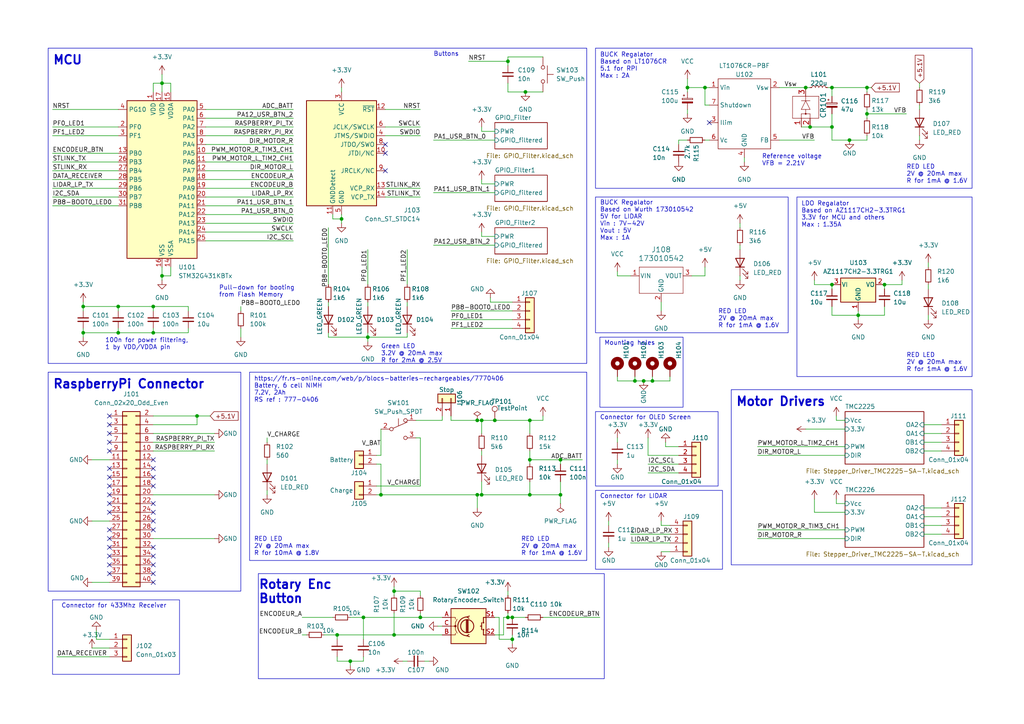
<source format=kicad_sch>
(kicad_sch (version 20231120) (generator "eeschema") (generator_version "8.0")
  (paper "A4")
  (title_block (title "PAMI - CFR 2024") (date "2024-02-19") (rev "1"))
  (junction (at 199.39 25.4))
  (junction (at 138.43 121.92))
  (junction (at 139.7 143.51))
  (junction (at 99.06 63.5))
  (junction (at 147.32 179.07))
  (junction (at 189.23 110.49))
  (junction (at 101.6 191.77))
  (junction (at 162.56 133.35))
  (junction (at 105.41 179.07))
  (junction (at 246.38 40.64))
  (junction (at 234.95 36.83))
  (junction (at 251.46 25.4))
  (junction (at 241.3 25.4))
  (junction (at 153.67 121.92))
  (junction (at 152.4 26.67))
  (junction (at 57.15 120.65))
  (junction (at 241.3 36.83))
  (junction (at 186.69 110.49))
  (junction (at 114.3 184.15))
  (junction (at 241.3 82.55))
  (junction (at 139.7 121.92))
  (junction (at 34.29 96.52))
  (junction (at 24.13 96.52))
  (junction (at 204.47 25.4))
  (junction (at 121.92 179.07))
  (junction (at 147.32 17.78))
  (junction (at 46.99 80.01))
  (junction (at 110.49 143.51))
  (junction (at 256.54 82.55))
  (junction (at 44.45 88.9))
  (junction (at 248.92 91.44))
  (junction (at 153.67 143.51))
  (junction (at 233.68 25.4))
  (junction (at 44.45 96.52))
  (junction (at 114.3 171.45))
  (junction (at 153.67 133.35))
  (junction (at 184.15 110.49))
  (junction (at 148.59 179.07))
  (junction (at 143.51 121.92))
  (junction (at 148.59 185.42))
  (junction (at 162.56 143.51))
  (junction (at 46.99 24.13))
  (junction (at 251.46 33.02))
  (junction (at 138.43 143.51))
  (junction (at 106.68 97.79))
  (junction (at 34.29 88.9))
  (junction (at 24.13 88.9))
  (junction (at 97.79 184.15))
  (no_connect (at 31.75 156.21))
  (no_connect (at 31.75 166.37))
  (no_connect (at 44.45 148.59))
  (no_connect (at 31.75 125.73))
  (no_connect (at 44.45 168.91))
  (no_connect (at 31.75 123.19))
  (no_connect (at 31.75 153.67))
  (no_connect (at 44.45 133.35))
  (no_connect (at 31.75 140.97))
  (no_connect (at 44.45 135.89))
  (no_connect (at 31.75 120.65))
  (no_connect (at 205.74 35.56))
  (no_connect (at 111.76 44.45))
  (no_connect (at 44.45 161.29))
  (no_connect (at 31.75 146.05))
  (no_connect (at 44.45 138.43))
  (no_connect (at 31.75 148.59))
  (no_connect (at 44.45 158.75))
  (no_connect (at 31.75 163.83))
  (no_connect (at 31.75 161.29))
  (no_connect (at 31.75 130.81))
  (no_connect (at 44.45 151.13))
  (no_connect (at 31.75 158.75))
  (no_connect (at 44.45 163.83))
  (no_connect (at 31.75 135.89))
  (no_connect (at 44.45 146.05))
  (no_connect (at 31.75 138.43))
  (no_connect (at 44.45 166.37))
  (no_connect (at 111.76 49.53))
  (no_connect (at 111.76 41.91))
  (no_connect (at 31.75 143.51))
  (no_connect (at 31.75 128.27))
  (no_connect (at 44.45 153.67))
  (no_connect (at 44.45 140.97))
  (wire (pts (xy 176.53 157.48) (xy 176.53 158.75)))
  (wire (pts (xy 130.81 120.65) (xy 130.81 121.92)))
  (wire (pts (xy 15.24 59.69) (xy 34.29 59.69)))
  (wire (pts (xy 199.39 25.4) (xy 199.39 26.67)))
  (wire (pts (xy 242.57 120.65) (xy 242.57 121.92)))
  (wire (pts (xy 109.22 132.08) (xy 110.49 132.08)))
  (wire (pts (xy 143.51 184.15) (xy 146.05 184.15)))
  (wire (pts (xy 147.32 179.07) (xy 148.59 179.07)))
  (wire (pts (xy 246.38 40.64) (xy 251.46 40.64)))
  (wire (pts (xy 182.88 154.94) (xy 194.31 154.94)))
  (wire (pts (xy 59.69 54.61) (xy 85.09 54.61)))
  (wire (pts (xy 24.13 96.52) (xy 34.29 96.52)))
  (wire (pts (xy 130.81 95.25) (xy 148.59 95.25)))
  (wire (pts (xy 130.81 121.92) (xy 138.43 121.92)))
  (wire (pts (xy 139.7 38.1) (xy 139.7 36.83)))
  (wire (pts (xy 194.31 110.49) (xy 189.23 110.49)))
  (wire (pts (xy 146.05 179.07) (xy 146.05 184.15)))
  (wire (pts (xy 256.54 82.55) (xy 256.54 83.82)))
  (wire (pts (xy 59.69 46.99) (xy 85.09 46.99)))
  (wire (pts (xy 251.46 39.37) (xy 251.46 40.64)))
  (wire (pts (xy 144.78 179.07) (xy 144.78 185.42)))
  (wire (pts (xy 191.77 160.02) (xy 194.31 160.02)))
  (wire (pts (xy 34.29 96.52) (xy 44.45 96.52)))
  (wire (pts (xy 46.99 80.01) (xy 46.99 81.28)))
  (wire (pts (xy 59.69 67.31) (xy 85.09 67.31)))
  (wire (pts (xy 153.67 139.7) (xy 153.67 143.51)))
  (wire (pts (xy 95.25 97.79) (xy 106.68 97.79)))
  (wire (pts (xy 105.41 179.07) (xy 121.92 179.07)))
  (wire (pts (xy 69.85 95.25) (xy 69.85 97.79)))
  (wire (pts (xy 96.52 62.23) (xy 96.52 63.5)))
  (wire (pts (xy 77.47 143.51) (xy 77.47 142.24)))
  (wire (pts (xy 44.45 95.25) (xy 44.45 96.52)))
  (wire (pts (xy 251.46 33.02) (xy 251.46 34.29)))
  (wire (pts (xy 139.7 38.1) (xy 143.51 38.1)))
  (wire (pts (xy 34.29 88.9) (xy 44.45 88.9)))
  (wire (pts (xy 184.15 109.22) (xy 184.15 110.49)))
  (wire (pts (xy 204.47 77.47) (xy 204.47 80.01)))
  (wire (pts (xy 241.3 88.9) (xy 241.3 91.44)))
  (wire (pts (xy 118.11 72.39) (xy 118.11 82.55)))
  (wire (pts (xy 130.81 92.71) (xy 148.59 92.71)))
  (wire (pts (xy 97.79 184.15) (xy 97.79 185.42)))
  (wire (pts (xy 179.07 110.49) (xy 184.15 110.49)))
  (wire (pts (xy 15.24 44.45) (xy 34.29 44.45)))
  (wire (pts (xy 199.39 31.75) (xy 199.39 33.02)))
  (wire (pts (xy 148.59 184.15) (xy 148.59 185.42)))
  (wire (pts (xy 114.3 184.15) (xy 128.27 184.15)))
  (wire (pts (xy 15.24 46.99) (xy 34.29 46.99)))
  (wire (pts (xy 139.7 143.51) (xy 139.7 139.7)))
  (wire (pts (xy 46.99 77.47) (xy 46.99 80.01)))
  (wire (pts (xy 242.57 146.05) (xy 245.11 146.05)))
  (wire (pts (xy 15.24 57.15) (xy 34.29 57.15)))
  (wire (pts (xy 114.3 177.8) (xy 114.3 184.15)))
  (wire (pts (xy 125.73 40.64) (xy 143.51 40.64)))
  (wire (pts (xy 128.27 120.65) (xy 128.27 121.92)))
  (wire (pts (xy 143.51 179.07) (xy 144.78 179.07)))
  (wire (pts (xy 215.9 45.72) (xy 215.9 46.99)))
  (wire (pts (xy 121.92 177.8) (xy 121.92 179.07)))
  (wire (pts (xy 162.56 139.7) (xy 162.56 143.51)))
  (wire (pts (xy 105.41 191.77) (xy 105.41 190.5)))
  (wire (pts (xy 139.7 121.92) (xy 143.51 121.92)))
  (wire (pts (xy 44.45 143.51) (xy 62.23 143.51)))
  (wire (pts (xy 241.3 91.44) (xy 248.92 91.44)))
  (wire (pts (xy 59.69 57.15) (xy 85.09 57.15)))
  (wire (pts (xy 233.68 124.46) (xy 245.11 124.46)))
  (wire (pts (xy 99.06 63.5) (xy 99.06 64.77)))
  (wire (pts (xy 106.68 87.63) (xy 106.68 88.9)))
  (wire (pts (xy 96.52 63.5) (xy 99.06 63.5)))
  (wire (pts (xy 60.96 120.65) (xy 57.15 120.65)))
  (wire (pts (xy 110.49 143.51) (xy 138.43 143.51)))
  (wire (pts (xy 16.51 190.5) (xy 31.75 190.5)))
  (wire (pts (xy 193.04 129.54) (xy 196.85 129.54)))
  (wire (pts (xy 139.7 130.81) (xy 139.7 132.08)))
  (wire (pts (xy 157.48 120.65) (xy 157.48 121.92)))
  (wire (pts (xy 267.97 128.27) (xy 273.05 128.27)))
  (wire (pts (xy 142.24 87.63) (xy 148.59 87.63)))
  (wire (pts (xy 93.98 184.15) (xy 97.79 184.15)))
  (wire (pts (xy 121.92 140.97) (xy 109.22 140.97)))
  (wire (pts (xy 153.67 133.35) (xy 153.67 134.62)))
  (wire (pts (xy 139.7 53.34) (xy 139.7 52.07)))
  (wire (pts (xy 162.56 133.35) (xy 162.56 134.62)))
  (wire (pts (xy 232.41 36.83) (xy 234.95 36.83)))
  (wire (pts (xy 196.85 40.64) (xy 196.85 41.91)))
  (wire (pts (xy 111.76 57.15) (xy 121.92 57.15)))
  (wire (pts (xy 236.22 82.55) (xy 241.3 82.55)))
  (wire (pts (xy 241.3 83.82) (xy 241.3 82.55)))
  (wire (pts (xy 138.43 143.51) (xy 139.7 143.51)))
  (wire (pts (xy 121.92 179.07) (xy 128.27 179.07)))
  (wire (pts (xy 135.89 17.78) (xy 147.32 17.78)))
  (wire (pts (xy 241.3 25.4) (xy 251.46 25.4)))
  (wire (pts (xy 49.53 26.67) (xy 49.53 24.13)))
  (wire (pts (xy 204.47 30.48) (xy 205.74 30.48)))
  (wire (pts (xy 57.15 120.65) (xy 57.15 123.19)))
  (wire (pts (xy 234.95 36.83) (xy 241.3 36.83)))
  (wire (pts (xy 59.69 64.77) (xy 85.09 64.77)))
  (wire (pts (xy 111.76 31.75) (xy 121.92 31.75)))
  (wire (pts (xy 95.25 87.63) (xy 95.25 88.9)))
  (wire (pts (xy 26.67 133.35) (xy 31.75 133.35)))
  (wire (pts (xy 97.79 191.77) (xy 101.6 191.77)))
  (wire (pts (xy 106.68 96.52) (xy 106.68 97.79)))
  (wire (pts (xy 15.24 39.37) (xy 34.29 39.37)))
  (wire (pts (xy 199.39 25.4) (xy 204.47 25.4)))
  (wire (pts (xy 251.46 31.75) (xy 251.46 33.02)))
  (wire (pts (xy 109.22 143.51) (xy 110.49 143.51)))
  (wire (pts (xy 246.38 40.64) (xy 241.3 40.64)))
  (wire (pts (xy 187.96 132.08) (xy 196.85 132.08)))
  (wire (pts (xy 97.79 191.77) (xy 97.79 190.5)))
  (wire (pts (xy 46.99 21.59) (xy 46.99 24.13)))
  (wire (pts (xy 114.3 170.18) (xy 114.3 171.45)))
  (wire (pts (xy 261.62 82.55) (xy 261.62 81.28)))
  (wire (pts (xy 59.69 34.29) (xy 85.09 34.29)))
  (wire (pts (xy 15.24 52.07) (xy 34.29 52.07)))
  (wire (pts (xy 106.68 97.79) (xy 118.11 97.79)))
  (wire (pts (xy 147.32 179.07) (xy 146.05 179.07)))
  (wire (pts (xy 187.96 127) (xy 187.96 132.08)))
  (wire (pts (xy 101.6 191.77) (xy 105.41 191.77)))
  (wire (pts (xy 44.45 88.9) (xy 54.61 88.9)))
  (wire (pts (xy 111.76 39.37) (xy 121.92 39.37)))
  (wire (pts (xy 214.63 81.28) (xy 214.63 80.01)))
  (wire (pts (xy 106.68 97.79) (xy 106.68 99.06)))
  (wire (pts (xy 267.97 152.4) (xy 273.05 152.4)))
  (wire (pts (xy 26.67 168.91) (xy 31.75 168.91)))
  (wire (pts (xy 187.96 137.16) (xy 196.85 137.16)))
  (wire (pts (xy 59.69 41.91) (xy 85.09 41.91)))
  (wire (pts (xy 87.63 184.15) (xy 88.9 184.15)))
  (wire (pts (xy 54.61 90.17) (xy 54.61 88.9)))
  (wire (pts (xy 44.45 125.73) (xy 62.23 125.73)))
  (wire (pts (xy 127 181.61) (xy 128.27 181.61)))
  (wire (pts (xy 179.07 78.74) (xy 179.07 80.01)))
  (wire (pts (xy 110.49 124.46) (xy 110.49 132.08)))
  (wire (pts (xy 111.76 36.83) (xy 121.92 36.83)))
  (wire (pts (xy 69.85 90.17) (xy 69.85 88.9)))
  (wire (pts (xy 101.6 191.77) (xy 101.6 193.04)))
  (wire (pts (xy 236.22 81.28) (xy 236.22 82.55)))
  (wire (pts (xy 62.23 128.27) (xy 44.45 128.27)))
  (wire (pts (xy 184.15 110.49) (xy 186.69 110.49)))
  (wire (pts (xy 144.78 185.42) (xy 148.59 185.42)))
  (wire (pts (xy 153.67 121.92) (xy 157.48 121.92)))
  (wire (pts (xy 110.49 143.51) (xy 110.49 134.62)))
  (wire (pts (xy 267.97 130.81) (xy 273.05 130.81)))
  (wire (pts (xy 44.45 96.52) (xy 54.61 96.52)))
  (wire (pts (xy 266.7 24.13) (xy 266.7 25.4)))
  (wire (pts (xy 147.32 171.45) (xy 147.32 172.72)))
  (wire (pts (xy 59.69 59.69) (xy 85.09 59.69)))
  (wire (pts (xy 148.59 179.07) (xy 152.4 179.07)))
  (wire (pts (xy 148.59 185.42) (xy 148.59 186.69)))
  (wire (pts (xy 139.7 143.51) (xy 153.67 143.51)))
  (wire (pts (xy 219.71 156.21) (xy 245.11 156.21)))
  (wire (pts (xy 152.4 26.67) (xy 157.48 26.67)))
  (wire (pts (xy 193.04 128.27) (xy 193.04 129.54)))
  (wire (pts (xy 34.29 95.25) (xy 34.29 96.52)))
  (wire (pts (xy 128.27 121.92) (xy 120.65 121.92)))
  (wire (pts (xy 226.06 25.4) (xy 233.68 25.4)))
  (wire (pts (xy 204.47 80.01) (xy 200.66 80.01)))
  (wire (pts (xy 248.92 92.71) (xy 248.92 91.44)))
  (wire (pts (xy 186.69 110.49) (xy 189.23 110.49)))
  (wire (pts (xy 121.92 172.72) (xy 121.92 171.45)))
  (wire (pts (xy 162.56 143.51) (xy 153.67 143.51)))
  (wire (pts (xy 46.99 24.13) (xy 49.53 24.13)))
  (wire (pts (xy 199.39 40.64) (xy 196.85 40.64)))
  (wire (pts (xy 24.13 97.79) (xy 24.13 96.52)))
  (wire (pts (xy 44.45 156.21) (xy 62.23 156.21)))
  (wire (pts (xy 251.46 25.4) (xy 251.46 26.67)))
  (wire (pts (xy 121.92 127) (xy 120.65 127)))
  (wire (pts (xy 77.47 133.35) (xy 77.47 134.62)))
  (wire (pts (xy 24.13 87.63) (xy 24.13 88.9)))
  (wire (pts (xy 240.03 25.4) (xy 241.3 25.4)))
  (wire (pts (xy 57.15 123.19) (xy 44.45 123.19)))
  (wire (pts (xy 204.47 25.4) (xy 204.47 30.48)))
  (wire (pts (xy 191.77 87.63) (xy 191.77 90.17)))
  (wire (pts (xy 44.45 24.13) (xy 46.99 24.13)))
  (wire (pts (xy 267.97 154.94) (xy 273.05 154.94)))
  (wire (pts (xy 46.99 80.01) (xy 49.53 80.01)))
  (wire (pts (xy 139.7 53.34) (xy 143.51 53.34)))
  (wire (pts (xy 54.61 95.25) (xy 54.61 96.52)))
  (wire (pts (xy 226.06 40.64) (xy 236.22 40.64)))
  (wire (pts (xy 125.73 55.88) (xy 143.51 55.88)))
  (wire (pts (xy 219.71 129.54) (xy 245.11 129.54)))
  (wire (pts (xy 147.32 179.07) (xy 147.32 177.8)))
  (wire (pts (xy 125.73 71.12) (xy 143.51 71.12)))
  (wire (pts (xy 267.97 123.19) (xy 273.05 123.19)))
  (wire (pts (xy 142.24 86.36) (xy 142.24 87.63)))
  (wire (pts (xy 162.56 143.51) (xy 162.56 146.05)))
  (wire (pts (xy 204.47 25.4) (xy 205.74 25.4)))
  (wire (pts (xy 99.06 62.23) (xy 99.06 63.5)))
  (wire (pts (xy 111.76 54.61) (xy 121.92 54.61)))
  (wire (pts (xy 256.54 82.55) (xy 261.62 82.55)))
  (wire (pts (xy 219.71 132.08) (xy 245.11 132.08)))
  (wire (pts (xy 138.43 143.51) (xy 138.43 147.32)))
  (wire (pts (xy 34.29 88.9) (xy 34.29 90.17)))
  (wire (pts (xy 147.32 26.67) (xy 152.4 26.67)))
  (wire (pts (xy 59.69 69.85) (xy 85.09 69.85)))
  (wire (pts (xy 267.97 125.73) (xy 273.05 125.73)))
  (wire (pts (xy 26.67 187.96) (xy 31.75 187.96)))
  (wire (pts (xy 241.3 25.4) (xy 241.3 27.94)))
  (wire (pts (xy 59.69 62.23) (xy 85.09 62.23)))
  (wire (pts (xy 27.94 185.42) (xy 31.75 185.42)))
  (wire (pts (xy 241.3 36.83) (xy 241.3 40.64)))
  (wire (pts (xy 106.68 72.39) (xy 106.68 82.55)))
  (wire (pts (xy 147.32 17.78) (xy 147.32 19.05)))
  (wire (pts (xy 95.25 96.52) (xy 95.25 97.79)))
  (wire (pts (xy 266.7 30.48) (xy 266.7 31.75)))
  (wire (pts (xy 118.11 87.63) (xy 118.11 88.9)))
  (wire (pts (xy 59.69 49.53) (xy 85.09 49.53)))
  (wire (pts (xy 26.67 151.13) (xy 31.75 151.13)))
  (wire (pts (xy 199.39 22.86) (xy 199.39 25.4)))
  (wire (pts (xy 59.69 52.07) (xy 85.09 52.07)))
  (wire (pts (xy 24.13 96.52) (xy 24.13 95.25)))
  (wire (pts (xy 236.22 148.59) (xy 245.11 148.59)))
  (wire (pts (xy 59.69 44.45) (xy 85.09 44.45)))
  (wire (pts (xy 105.41 179.07) (xy 105.41 185.42)))
  (wire (pts (xy 109.22 134.62) (xy 110.49 134.62)))
  (wire (pts (xy 59.69 31.75) (xy 85.09 31.75)))
  (wire (pts (xy 147.32 16.51) (xy 157.48 16.51)))
  (wire (pts (xy 24.13 88.9) (xy 24.13 90.17)))
  (wire (pts (xy 269.24 76.2) (xy 269.24 77.47)))
  (wire (pts (xy 138.43 121.92) (xy 139.7 121.92)))
  (wire (pts (xy 248.92 91.44) (xy 256.54 91.44)))
  (wire (pts (xy 157.48 179.07) (xy 173.99 179.07)))
  (wire (pts (xy 49.53 77.47) (xy 49.53 80.01)))
  (wire (pts (xy 219.71 153.67) (xy 245.11 153.67)))
  (wire (pts (xy 236.22 144.78) (xy 236.22 148.59)))
  (wire (pts (xy 176.53 151.13) (xy 176.53 152.4)))
  (wire (pts (xy 46.99 24.13) (xy 46.99 26.67)))
  (wire (pts (xy 269.24 92.71) (xy 269.24 91.44)))
  (wire (pts (xy 187.96 134.62) (xy 196.85 134.62)))
  (wire (pts (xy 139.7 68.58) (xy 139.7 67.31)))
  (wire (pts (xy 15.24 49.53) (xy 34.29 49.53)))
  (wire (pts (xy 44.45 90.17) (xy 44.45 88.9)))
  (wire (pts (xy 269.24 82.55) (xy 269.24 83.82)))
  (wire (pts (xy 130.81 90.17) (xy 148.59 90.17)))
  (wire (pts (xy 179.07 133.35) (xy 179.07 134.62)))
  (wire (pts (xy 233.68 25.4) (xy 234.95 25.4)))
  (wire (pts (xy 118.11 96.52) (xy 118.11 97.79)))
  (wire (pts (xy 59.69 36.83) (xy 85.09 36.83)))
  (wire (pts (xy 248.92 90.17) (xy 248.92 91.44)))
  (wire (pts (xy 59.69 39.37) (xy 85.09 39.37)))
  (wire (pts (xy 242.57 121.92) (xy 245.11 121.92)))
  (wire (pts (xy 34.29 36.83) (xy 15.24 36.83)))
  (wire (pts (xy 266.7 40.64) (xy 266.7 39.37)))
  (wire (pts (xy 191.77 151.13) (xy 191.77 152.4)))
  (wire (pts (xy 27.94 182.88) (xy 27.94 185.42)))
  (wire (pts (xy 114.3 171.45) (xy 121.92 171.45)))
  (wire (pts (xy 97.79 184.15) (xy 114.3 184.15)))
  (wire (pts (xy 182.88 157.48) (xy 194.31 157.48)))
  (wire (pts (xy 99.06 25.4) (xy 99.06 26.67)))
  (wire (pts (xy 267.97 147.32) (xy 273.05 147.32)))
  (wire (pts (xy 147.32 17.78) (xy 147.32 16.51)))
  (wire (pts (xy 179.07 109.22) (xy 179.07 110.49)))
  (wire (pts (xy 87.63 179.07) (xy 96.52 179.07)))
  (wire (pts (xy 189.23 109.22) (xy 189.23 110.49)))
  (wire (pts (xy 162.56 133.35) (xy 168.91 133.35)))
  (wire (pts (xy 77.47 127) (xy 77.47 128.27)))
  (wire (pts (xy 204.47 40.64) (xy 205.74 40.64)))
  (wire (pts (xy 139.7 68.58) (xy 143.51 68.58)))
  (wire (pts (xy 153.67 130.81) (xy 153.67 133.35)))
  (wire (pts (xy 15.24 31.75) (xy 34.29 31.75)))
  (wire (pts (xy 139.7 121.92) (xy 139.7 125.73)))
  (wire (pts (xy 143.51 121.92) (xy 153.67 121.92)))
  (wire (pts (xy 124.46 191.77) (xy 123.19 191.77)))
  (wire (pts (xy 24.13 88.9) (xy 34.29 88.9)))
  (wire (pts (xy 251.46 33.02) (xy 262.89 33.02)))
  (wire (pts (xy 62.23 130.81) (xy 44.45 130.81)))
  (wire (pts (xy 116.84 191.77) (xy 118.11 191.77)))
  (wire (pts (xy 214.63 71.12) (xy 214.63 72.39)))
  (wire (pts (xy 95.25 66.04) (xy 95.25 82.55)))
  (wire (pts (xy 153.67 133.35) (xy 162.56 133.35)))
  (wire (pts (xy 191.77 152.4) (xy 194.31 152.4)))
  (wire (pts (xy 179.07 127) (xy 179.07 128.27)))
  (wire (pts (xy 267.97 149.86) (xy 273.05 149.86)))
  (wire (pts (xy 194.31 110.49) (xy 194.31 109.22)))
  (wire (pts (xy 57.15 120.65) (xy 44.45 120.65)))
  (wire (pts (xy 147.32 24.13) (xy 147.32 26.67)))
  (wire (pts (xy 179.07 80.01) (xy 182.88 80.01)))
  (wire (pts (xy 114.3 171.45) (xy 114.3 172.72)))
  (wire (pts (xy 256.54 88.9) (xy 256.54 91.44)))
  (wire (pts (xy 121.92 127) (xy 121.92 140.97)))
  (wire (pts (xy 242.57 144.78) (xy 242.57 146.05)))
  (wire (pts (xy 44.45 26.67) (xy 44.45 24.13)))
  (wire (pts (xy 15.24 54.61) (xy 34.29 54.61)))
  (wire (pts (xy 251.46 25.4) (xy 252.73 25.4)))
  (wire (pts (xy 214.63 64.77) (xy 214.63 66.04)))
  (wire (pts (xy 241.3 33.02) (xy 241.3 36.83)))
  (wire (pts (xy 101.6 179.07) (xy 105.41 179.07)))
  (wire (pts (xy 153.67 121.92) (xy 153.67 125.73)))
  (rectangle (start 13.97 13.97) (end 170.18 105.41))
  (rectangle (start 212.09 113.03) (end 281.94 163.83))
  (rectangle (start 172.72 142.24) (end 209.55 165.1))
  (rectangle (start 15.24 173.99) (end 52.07 195.58))
  (rectangle (start 173.99 97.79) (end 198.12 118.11))
  (rectangle (start 74.93 166.37) (end 175.26 196.85))
  (rectangle (start 172.72 119.38) (end 208.28 140.97))
  (rectangle (start 13.97 107.95) (end 69.85 171.45))
  (rectangle (start 172.72 57.15) (end 228.6 96.52))
  (rectangle (start 231.14 57.15) (end 281.94 109.22))
  (rectangle (start 72.39 107.95) (end 170.18 162.56))
  (rectangle (start 172.72 13.97) (end 281.94 54.61))
  (text "Rotary Enc\nButton" (at 74.93 175.26 0) (effects (font (size 2.54 2.54) (thickness 0.508) (bold yes)) (justify left bottom)))
  (text "BUCK Regalator\nBased on Wurth 173010542\n5V for LIDAR\nVin : 7V-42V\nVout : 5V\nMax : 1A" (at 173.99 69.85 0) (effects (font (size 1.27 1.27)) (justify left bottom)))
  (text "RED LED\n2V @ 20mA max\nR for 1mA @ 1.6V" (at 262.89 107.95 0) (effects (font (size 1.27 1.27)) (justify left bottom)))
  (text "MCU" (at 15.24 19.05 0) (effects (font (size 2.54 2.54) (thickness 0.508) (bold yes)) (justify left bottom)))
  (text "Motor Drivers" (at 213.36 118.11 0) (effects (font (size 2.54 2.54) (thickness 0.508) (bold yes)) (justify left bottom)))
  (text "Mounting holes" (at 175.26 100.33 0) (effects (font (size 1.27 1.27)) (justify left bottom)))
  (text "LDO Regalator\nBased on AZ1117CH2-3.3TRG1\n3.3V for MCU and others\nMax : 1.35A" (at 232.41 66.04 0) (effects (font (size 1.27 1.27)) (justify left bottom)))
  (text "RaspberryPi Connector" (at 15.24 113.03 0) (effects (font (size 2.54 2.54) (thickness 0.508) (bold yes)) (justify left bottom)))
  (text "100n for power filtering,\n1 by VDD/VDDA pin" (at 30.48 101.6 0) (effects (font (size 1.27 1.27)) (justify left bottom)))
  (text "Reference voltage\nVFB = 2.21V" (at 220.98 48.26 0) (effects (font (size 1.27 1.27)) (justify left bottom)))
  (text "Green LED\n3.2V @ 20mA max\nR for 2mA @ 2.5V" (at 110.49 105.41 0) (effects (font (size 1.27 1.27)) (justify left bottom)))
  (text "Connector for 433Mhz Receiver\n" (at 17.78 176.53 0) (effects (font (size 1.27 1.27)) (justify left bottom)))
  (text "Buttons" (at 125.73 16.51 0) (effects (font (size 1.27 1.27)) (justify left bottom)))
  (text "RED LED\n2V @ 20mA max\nR for 1mA @ 1.6V" (at 208.28 95.25 0) (effects (font (size 1.27 1.27)) (justify left bottom)))
  (text "BUCK Regalator\nBased on LT1076CR\n5.1 for RPI\nMax : 2A" (at 173.99 22.86 0) (effects (font (size 1.27 1.27)) (justify left bottom)))
  (text "RED LED\n2V @ 20mA max\nR for 10mA @ 1.8V" (at 73.66 161.29 0) (effects (font (size 1.27 1.27)) (justify left bottom)))
  (text "Connector for LIDAR" (at 173.99 144.78 0) (effects (font (size 1.27 1.27)) (justify left bottom)))
  (text "Connector for OLED Screen" (at 173.99 121.92 0) (effects (font (size 1.27 1.27)) (justify left bottom)))
  (text "RED LED\n2V @ 20mA max\nR for 1mA @ 1.6V" (at 262.89 53.34 0) (effects (font (size 1.27 1.27)) (justify left bottom)))
  (text "RED LED\n2V @ 20mA max\nR for 1mA @ 1.6V" (at 151.13 161.29 0) (effects (font (size 1.27 1.27)) (justify left bottom)))
  (text "Pull-down for booting \nfrom Flash Memory" (at 63.5 86.36 0) (effects (font (size 1.27 1.27)) (justify left bottom)))
  (text "https://fr.rs-online.com/web/p/blocs-batteries-rechargeables/7770406\nBattery, 6 cell NIMH\n7.2V, 2Ah\nRS ref : 777-0406\n" (at 73.66 116.84 0) (effects (font (size 1.27 1.27)) (justify left bottom)))
  (label "ADC_BATT" (at 168.91 133.35 180))
  (label "RASPBERRY_PI_TX" (at 85.09 36.83 180))
  (label "STLINK_TX" (at 15.24 46.99 0))
  (label "V_BAT" (at 110.49 129.54 180))
  (label "PF1_LED2" (at 118.11 72.39 270))
  (label "VFB" (at 262.89 33.02 180))
  (label "ADC_BATT" (at 85.09 31.75 180))
  (label "ENCODEUR_A" (at 87.63 179.07 180))
  (label "NRST" (at 121.92 31.75 180))
  (label "PWM_MOTOR_R_TIM3_CH1" (at 219.71 153.67 0))
  (label "Vsw" (at 231.14 25.4 180))
  (label "PA12_USR_BTN_2" (at 85.09 34.29 180))
  (label "LIDAR_LP_RX" (at 182.88 154.94 0))
  (label "V_CHARGE" (at 77.47 127 0))
  (label "RASPBERRY_PI_TX" (at 62.23 128.27 180))
  (label "ENCODEUR_B" (at 85.09 54.61 180))
  (label "DIR_MOTOR_L" (at 85.09 49.53 180))
  (label "PWM_MOTOR_R_TIM3_CH1" (at 85.09 44.45 180))
  (label "DIR_MOTOR_R" (at 85.09 41.91 180))
  (label "SWCLK" (at 121.92 36.83 180))
  (label "LIDAR_LP_RX" (at 85.09 57.15 180))
  (label "I2C_SDA" (at 15.24 57.15 0))
  (label "PA1_USR_BTN_0" (at 85.09 62.23 180))
  (label "I2C_SDA" (at 187.96 137.16 0))
  (label "PA11_USR_BTN_1" (at 85.09 59.69 180))
  (label "NRST" (at 15.24 31.75 0))
  (label "PA12_USR_BTN_2" (at 125.73 71.12 0))
  (label "STLINK_RX" (at 121.92 54.61 180))
  (label "RASPBERRY_PI_RX" (at 62.23 130.81 180))
  (label "VFB" (at 236.22 40.64 180))
  (label "PWM_MOTOR_L_TIM2_CH1" (at 219.71 129.54 0))
  (label "PB8-BOOT0_LED0" (at 69.85 88.9 0))
  (label "DATA_RECEIVER" (at 16.51 190.5 0))
  (label "I2C_SCL" (at 187.96 134.62 0))
  (label "PF0_LED1" (at 130.81 92.71 0))
  (label "PA1_USR_BTN_0" (at 125.73 40.64 0))
  (label "PWM_MOTOR_L_TIM2_CH1" (at 85.09 46.99 180))
  (label "I2C_SCL" (at 85.09 69.85 180))
  (label "PF0_LED1" (at 106.68 72.39 270))
  (label "SWDIO" (at 85.09 64.77 180))
  (label "RASPBERRY_PI_RX" (at 85.09 39.37 180))
  (label "ENCODEUR_BTN" (at 173.99 179.07 180))
  (label "ENCODEUR_BTN" (at 15.24 44.45 0))
  (label "PF0_LED1" (at 15.24 36.83 0))
  (label "PB8-BOOT0_LED0" (at 15.24 59.69 0))
  (label "DIR_MOTOR_L" (at 219.71 132.08 0))
  (label "NRST" (at 135.89 17.78 0))
  (label "V_CHARGE" (at 121.92 140.97 180))
  (label "SWCLK" (at 85.09 67.31 180))
  (label "DATA_RECEIVER" (at 15.24 52.07 0))
  (label "ENCODEUR_B" (at 87.63 184.15 180))
  (label "PB8-BOOT0_LED0" (at 95.25 66.04 270))
  (label "STLINK_RX" (at 15.24 49.53 0))
  (label "ENCODEUR_A" (at 85.09 52.07 180))
  (label "PF1_LED2" (at 15.24 39.37 0))
  (label "PB8-BOOT0_LED0" (at 130.81 90.17 0))
  (label "PA11_USR_BTN_1" (at 125.73 55.88 0))
  (label "SWDIO" (at 121.92 39.37 180))
  (label "DIR_MOTOR_R" (at 219.71 156.21 0))
  (label "LIDAR_LP_TX" (at 182.88 157.48 0))
  (label "STLINK_TX" (at 121.92 57.15 180))
  (label "PF1_LED2" (at 130.81 95.25 0))
  (label "LIDAR_LP_TX" (at 15.24 54.61 0))
  (global_label "+5.1V" (shape input) (at 60.96 120.65 0) (property "Intersheetrefs" "${INTERSHEET_REFS}" (effects (hide yes))))
  (global_label "+5.1V" (shape input) (at 266.7 24.13 90) (property "Intersheetrefs" "${INTERSHEET_REFS}" (effects (hide yes))))
  (global_label "+5.1V" (shape input) (at 252.73 25.4 0) (property "Intersheetrefs" "${INTERSHEET_REFS}" (effects (hide yes))))
  (symbol (lib_id "Device:R_Small") (at 114.3 175.26 180) (unit 1)
    (property "Reference" "R107" (at 109.22 175.26 90))
    (property "Value" "10k" (at 111.76 175.26 90))
    (property "Footprint" "Resistor_SMD:R_0402_1005Metric" (effects (hide yes)))
  )
  (symbol (lib_id "power:GND") (at 248.92 92.71 0) (unit 1)
    (property "Reference" "#PWR0156" (effects (hide yes)))
    (property "Value" "GND" (at 248.92 97.79 0))
  )
  (symbol (lib_id "173010542_5V_Buck:173010542") (at 191.77 81.28 0) (unit 1)
    (property "Reference" "J108" (at 191.77 72.39 0) (effects (font (size 1.524 1.524))))
    (property "Value" "173010542" (at 191.77 74.93 0) (effects (font (size 1.524 1.524))))
    (property "Footprint" "Buck_5V_173010542:173010542" (effects (hide yes)))
    (property "Datasheet" "https://www.we-online.com/components/products/datasheet/173010542.pdf" (effects (hide yes)))
    (property "MPN" "173010542" (effects (hide yes)))
  )
  (symbol (lib_id "Device:R_Small") (at 153.67 137.16 0) (unit 1)
    (property "Reference" "R113" (at 156.21 135.89 0) (effects (justify left)))
    (property "Value" "10k" (at 156.21 138.43 0) (effects (justify left)))
    (property "Footprint" "Resistor_SMD:R_0402_1005Metric" (effects (hide yes)))
  )
  (symbol (lib_id "power:VCC") (at 157.48 120.65 0) (unit 1)
    (property "Reference" "#PWR0131" (effects (hide yes)))
    (property "Value" "VCC" (at 157.48 115.57 0))
  )
  (symbol (lib_id "power:GND") (at 69.85 97.79 0) (unit 1)
    (property "Reference" "#PWR0113" (effects (hide yes)))
    (property "Value" "GND" (at 69.85 102.87 0))
  )
  (symbol (lib_id "power:GND") (at 176.53 158.75 0) (unit 1)
    (property "Reference" "#PWR0133" (effects (hide yes)))
    (property "Value" "GND" (at 176.53 162.56 0))
  )
  (symbol (lib_name "LT1076_1") (lib_id "custom:LT1076") (at 215.9 31.75 0) (unit 1)
    (property "Reference" "U102" (at 215.9 21.59 0))
    (property "Value" "LT1076CR-PBF" (at 215.9 19.05 0))
    (property "Footprint" "LT107CR-PBF:DPAK127P1394X457-8N" (effects (hide yes)))
    (property "Datasheet" "https://www.mouser.fr/datasheet/2/609/1074fds-3123169.pdf" (effects (hide yes)))
  )
  (symbol (lib_id "Device:R_Small") (at 106.68 85.09 0) (unit 1)
    (property "Reference" "R106" (at 107.95 83.82 0) (effects (justify left)))
    (property "Value" "1k6" (at 107.95 86.36 0) (effects (justify left)))
    (property "Footprint" "Resistor_SMD:R_0402_1005Metric" (effects (hide yes)))
  )
  (symbol (lib_id "Device:R_Small") (at 251.46 29.21 0) (unit 1)
    (property "Reference" "R117" (at 252.73 29.21 0) (effects (justify left)))
    (property "Value" "13k" (at 252.73 31.75 0) (effects (justify left)))
    (property "Footprint" "Resistor_SMD:R_0402_1005Metric" (effects (hide yes)))
  )
  (symbol (lib_id "power:GND") (at 77.47 143.51 0) (unit 1)
    (property "Reference" "#PWR0114" (effects (hide yes)))
    (property "Value" "GND" (at 77.47 148.59 0))
  )
  (symbol (lib_id "power:+3.3V") (at 139.7 36.83 0) (unit 1)
    (property "Reference" "#PWR0124" (effects (hide yes)))
    (property "Value" "+3.3V" (at 139.7 31.75 0))
  )
  (symbol (lib_name "DST10100S_1") (lib_id "2023-03-19_11-33-54:DST10100S") (at 232.41 43.18 90) (unit 1)
    (property "Reference" "CR101" (at 238.76 26.67 0) (effects (font (size 1.524 1.524)) (justify right)))
    (property "Value" "DST10100S" (effects (hide yes)))
    (property "Footprint" "DST10100S:DIO_MBR1045STR" (effects (hide yes)))
  )
  (symbol (lib_id "Device:LED") (at 266.7 35.56 90) (unit 1)
    (property "Reference" "D107" (at 270.51 35.8775 90) (effects (justify right)))
    (property "Value" "LED_RED" (at 270.51 38.4175 90) (effects (justify right)))
    (property "Footprint" "LED_SMD:LED_0603_1608Metric" (effects (hide yes)))
    (property "MPN" "150060RS55040" (effects (hide yes)))
  )
  (symbol (lib_id "Device:L_Small") (at 237.49 25.4 90) (unit 1)
    (property "Reference" "L101" (at 237.49 21.59 90))
    (property "Value" "220u" (at 237.49 24.13 90))
    (property "Footprint" "Inductor_SMD:L_Wuerth_WE-PD2-Typ-L" (effects (hide yes)))
    (property "MFR" "74404086221" (effects (hide yes)))
  )
  (symbol (lib_id "Device:R_Small") (at 153.67 128.27 0) (unit 1)
    (property "Reference" "R112" (at 156.21 127 0) (effects (justify left)))
    (property "Value" "15k" (at 156.21 129.54 0) (effects (justify left)))
    (property "Footprint" "Resistor_SMD:R_0402_1005Metric" (effects (hide yes)))
  )
  (symbol (lib_id "Switch:SW_Push_SPDT") (at 115.57 124.46 0) (unit 1)
    (property "Reference" "SW101" (at 115.57 116.84 0))
    (property "Value" "SW_Push_SPDT" (at 115.57 119.38 0))
    (property "Footprint" "Library:472121010111" (effects (hide yes)))
    (property "MPN" "472121010111" (effects (hide yes)))
  )
  (symbol (lib_id "power:+5V") (at 214.63 64.77 0) (unit 1)
    (property "Reference" "#PWR0147" (effects (hide yes)))
    (property "Value" "+5V" (at 214.63 59.69 0))
  )
  (symbol (lib_id "Device:C_Small") (at 179.07 130.81 0) (unit 1)
    (property "Reference" "C113" (at 181.61 129.5463 0) (effects (justify left)))
    (property "Value" "1u" (at 181.61 132.0863 0) (effects (justify left)))
    (property "Footprint" "Capacitor_SMD:C_0402_1005Metric" (effects (hide yes)))
  )
  (symbol (lib_id "Device:R_Small") (at 99.06 179.07 90) (unit 1)
    (property "Reference" "R105" (at 99.06 176.53 90))
    (property "Value" "10k" (at 102.87 177.8 90))
    (property "Footprint" "Resistor_SMD:R_0402_1005Metric" (effects (hide yes)))
  )
  (symbol (lib_id "Device:C_Polarized_Small") (at 199.39 29.21 0) (unit 1)
    (property "Reference" "C115" (at 191.77 26.67 0) (effects (justify left)))
    (property "Value" "100u" (at 191.77 29.21 0) (effects (justify left)))
    (property "Footprint" "Capacitor_SMD:CP_Elec_6.3x7.7" (effects (hide yes)))
    (property "MFR" "865060445005" (effects (hide yes)))
    (property "Vmax" "25V" (effects (hide yes)))
  )
  (symbol (lib_id "Device:R_Small") (at 69.85 92.71 0) (unit 1)
    (property "Reference" "R101" (at 72.39 91.44 0) (effects (justify left)))
    (property "Value" "100k" (at 72.39 93.98 0) (effects (justify left)))
    (property "Footprint" "Resistor_SMD:R_0402_1005Metric" (effects (hide yes)))
  )
  (symbol (lib_id "power:GND") (at 106.68 99.06 0) (unit 1)
    (property "Reference" "#PWR0118" (effects (hide yes)))
    (property "Value" "GND" (at 106.68 104.14 0))
  )
  (symbol (lib_id "Device:R_Small") (at 139.7 128.27 0) (unit 1)
    (property "Reference" "R110" (at 142.24 127 0) (effects (justify left)))
    (property "Value" "5k6" (at 142.24 129.54 0) (effects (justify left)))
    (property "Footprint" "Resistor_SMD:R_0402_1005Metric" (effects (hide yes)))
  )
  (symbol (lib_id "Connector_Generic:Conn_01x04") (at 278.13 149.86 0) (unit 1)
    (property "Reference" "J112" (at 275.59 144.78 0) (effects (justify left)))
    (property "Value" "Conn_01x04" (at 269.24 157.48 0) (effects (justify left)))
    (property "Footprint" "Connector_JST:JST_XH_B4B-XH-A_1x04_P2.50mm_Vertical" (effects (hide yes)))
  )
  (symbol (lib_id "Connector_Generic:Conn_01x02") (at 130.81 115.57 270) (mirror x) (unit 1)
    (property "Reference" "J106" (at 133.35 115.57 0))
    (property "Value" "Stop" (at 129.54 113.03 90))
    (property "Footprint" "Connector_JST:JST_XH_B2B-XH-A_1x02_P2.50mm_Vertical" (effects (hide yes)))
    (property "Datasheet" "https://www.we-online.com/components/products/datasheet/691322110002.pdf" (effects (hide yes)))
    (property "MPN" "691322110002" (effects (hide yes)))
  )
  (symbol (lib_id "Device:R_Small") (at 214.63 68.58 0) (unit 1)
    (property "Reference" "R116" (at 217.17 67.31 0) (effects (justify left)))
    (property "Value" "3k6" (at 217.17 69.85 0) (effects (justify left)))
    (property "Footprint" "Resistor_SMD:R_0402_1005Metric" (effects (hide yes)))
  )
  (symbol (lib_id "Device:RotaryEncoder_Switch") (at 135.89 181.61 0) (unit 1)
    (property "Reference" "SW102" (at 135.89 171.45 0))
    (property "Value" "RotaryEncoder_Switch" (at 135.89 173.99 0))
    (property "Footprint" "Rotatory_encoder_button:SW_482016514001" (effects (hide yes)))
  )
  (symbol (lib_id "Device:C_Small") (at 241.3 86.36 0) (unit 1)
    (property "Reference" "C117" (at 234.95 85.09 0) (effects (justify left)))
    (property "Value" "10u" (at 234.95 87.63 0) (effects (justify left)))
    (property "Footprint" "Capacitor_SMD:C_0603_1608Metric" (effects (hide yes)))
  )
  (symbol (lib_id "Connector_Generic:Conn_01x02") (at 104.14 132.08 0) (mirror y) (unit 1)
    (property "Reference" "J104" (at 104.14 137.16 0))
    (property "Value" "Battery" (at 99.06 133.35 0))
    (property "Footprint" "Connector_JST:JST_XH_B2B-XH-A_1x02_P2.50mm_Vertical" (effects (hide yes)))
    (property "Datasheet" "https://www.we-online.com/components/products/datasheet/691322110002.pdf" (effects (hide yes)))
    (property "MPN" "691322110002" (effects (hide yes)))
  )
  (symbol (lib_id "Device:LED") (at 118.11 92.71 90) (unit 1)
    (property "Reference" "D104" (at 120.65 92.71 90) (effects (justify right)))
    (property "Value" "LED_GREEN" (at 115.57 86.36 0) (effects (justify right)))
    (property "Footprint" "LED_SMD:LED_0603_1608Metric" (effects (hide yes)))
  )
  (symbol (lib_id "power:GND") (at 62.23 143.51 90) (unit 1)
    (property "Reference" "#PWR0111" (effects (hide yes)))
    (property "Value" "GND" (at 64.77 143.51 90) (effects (justify right)))
  )
  (symbol (lib_id "Device:R_Small") (at 95.25 85.09 0) (unit 1)
    (property "Reference" "R104" (at 96.52 83.82 0) (effects (justify left)))
    (property "Value" "1k6" (at 96.52 86.36 0) (effects (justify left)))
    (property "Footprint" "Resistor_SMD:R_0402_1005Metric" (effects (hide yes)))
  )
  (symbol (lib_id "power:+5V") (at 176.53 151.13 0) (mirror y) (unit 1)
    (property "Reference" "#PWR0132" (effects (hide yes)))
    (property "Value" "+5V" (at 176.53 146.05 0))
  )
  (symbol (lib_id "Connector_Generic:Conn_01x04") (at 278.13 125.73 0) (unit 1)
    (property "Reference" "J111" (at 275.59 120.65 0) (effects (justify left)))
    (property "Value" "Conn_01x04" (at 269.24 133.35 0) (effects (justify left)))
    (property "Footprint" "Connector_JST:JST_XH_B4B-XH-A_1x04_P2.50mm_Vertical" (effects (hide yes)))
  )
  (symbol (lib_id "Switch:SW_Push") (at 157.48 21.59 270) (unit 1)
    (property "Reference" "SW103" (at 161.29 20.32 90) (effects (justify left)))
    (property "Value" "SW_Push" (at 161.29 22.86 90) (effects (justify left)))
    (property "Footprint" "Button_Switch_SMD:SW_Push_1P1T_NO_6x6mm_H9.5mm" (effects (hide yes)))
  )
  (symbol (lib_id "Device:C_Small") (at 54.61 92.71 0) (unit 1)
    (property "Reference" "C104" (at 57.15 91.4463 0) (effects (justify left)))
    (property "Value" "10u" (at 57.15 93.9863 0) (effects (justify left)))
    (property "Footprint" "Capacitor_SMD:C_0402_1005Metric" (effects (hide yes)))
  )
  (symbol (lib_id "power:GND") (at 269.24 92.71 0) (unit 1)
    (property "Reference" "#PWR0160" (effects (hide yes)))
    (property "Value" "GND" (at 269.24 97.79 0))
  )
  (symbol (lib_id "Device:R_Small") (at 121.92 175.26 180) (unit 1)
    (property "Reference" "R109" (at 116.84 175.26 90))
    (property "Value" "10k" (at 119.38 175.26 90))
    (property "Footprint" "Resistor_SMD:R_0402_1005Metric" (effects (hide yes)))
  )
  (symbol (lib_id "Device:LED") (at 106.68 92.71 90) (unit 1)
    (property "Reference" "D103" (at 109.22 92.71 90) (effects (justify right)))
    (property "Value" "LED_GREEN" (at 104.14 86.36 0) (effects (justify right)))
    (property "Footprint" "LED_SMD:LED_0603_1608Metric" (effects (hide yes)))
  )
  (symbol (lib_id "Device:LED") (at 214.63 76.2 90) (unit 1)
    (property "Reference" "D106" (at 218.44 76.5175 90) (effects (justify right)))
    (property "Value" "LED_RED" (at 218.44 79.0575 90) (effects (justify right)))
    (property "Footprint" "LED_SMD:LED_0603_1608Metric" (effects (hide yes)))
    (property "MPN" "150060RS55040" (effects (hide yes)))
  )
  (symbol (lib_id "Mechanical:MountingHole_Pad") (at 179.07 106.68 0) (unit 1)
    (property "Reference" "H101" (at 181.61 104.14 90) (effects (justify left)))
    (property "Value" "MountingHole_Pad" (effects (hide yes)))
    (property "Footprint" "MountingHole:MountingHole_2.7mm_M2.5_DIN965_Pad" (effects (hide yes)))
  )
  (symbol (lib_id "power:+3.3V") (at 99.06 25.4 0) (unit 1)
    (property "Reference" "#PWR0115" (effects (hide yes)))
    (property "Value" "+3.3V" (at 99.06 20.32 0))
  )
  (symbol (lib_id "power:VCC") (at 242.57 120.65 0) (unit 1)
    (property "Reference" "#PWR0153" (effects (hide yes)))
    (property "Value" "VCC" (at 242.57 115.57 0))
  )
  (symbol (lib_id "Device:C_Polarized_Small") (at 241.3 30.48 0) (unit 1)
    (property "Reference" "C116" (at 243.84 29.2989 0) (effects (justify left)))
    (property "Value" "47u" (at 243.84 31.75 0) (effects (justify left)))
    (property "Footprint" "Capacitor_SMD:CP_Elec_6.3x5.4" (effects (hide yes)))
    (property "MFR" "865060543005" (effects (hide yes)))
  )
  (symbol (lib_id "Connector_Generic:Conn_01x04") (at 199.39 157.48 0) (mirror x) (unit 1)
    (property "Reference" "J109" (at 198.12 149.86 0) (effects (justify left)))
    (property "Value" "Conn_01x04" (at 194.31 162.56 0) (effects (justify left)))
    (property "Footprint" "Connector_JST:JST_XH_B4B-XH-A_1x04_P2.50mm_Vertical" (effects (hide yes)))
  )
  (symbol (lib_id "power:+3.3V") (at 24.13 87.63 0) (unit 1)
    (property "Reference" "#PWR0101" (effects (hide yes)))
    (property "Value" "+3.3V" (at 24.13 82.55 0))
  )
  (symbol (lib_id "power:VCC") (at 199.39 22.86 0) (unit 1)
    (property "Reference" "#PWR0144" (effects (hide yes)))
    (property "Value" "VCC" (at 199.39 17.78 0))
  )
  (symbol (lib_id "MCU_ST_STM32G4:STM32G431KBTx") (at 46.99 52.07 0) (unit 1)
    (property "Reference" "U101" (at 51.7241 77.47 0) (effects (justify left)))
    (property "Value" "STM32G431KBTx" (at 51.7241 80.01 0) (effects (justify left)))
    (property "Footprint" "Package_QFP:LQFP-32_7x7mm_P0.8mm" (effects (hide yes)))
    (property "Datasheet" "https://www.st.com/resource/en/datasheet/stm32g431kb.pdf" (effects (hide yes)))
  )
  (symbol (lib_id "power:GND") (at 138.43 147.32 0) (unit 1)
    (property "Reference" "#PWR0123" (effects (hide yes)))
    (property "Value" "GND" (at 138.43 152.4 0))
  )
  (symbol (lib_id "power:GND") (at 124.46 191.77 90) (unit 1)
    (property "Reference" "#PWR0121" (effects (hide yes)))
    (property "Value" "GND" (at 128.27 194.31 90))
  )
  (symbol (lib_id "Device:R_Small") (at 201.93 40.64 270) (unit 1)
    (property "Reference" "R115" (at 201.93 41.91 0) (effects (justify left)))
    (property "Value" "2.7k" (at 199.39 41.91 0) (effects (justify left)))
    (property "Footprint" "Resistor_SMD:R_0402_1005Metric" (effects (hide yes)))
  )
  (symbol (lib_id "Device:C_Small") (at 148.59 181.61 0) (unit 1)
    (property "Reference" "C110" (at 153.67 175.2663 0) (effects (justify left)))
    (property "Value" "10n" (at 149.86 184.1563 0) (effects (justify left)))
    (property "Footprint" "Capacitor_SMD:C_0402_1005Metric" (effects (hide yes)))
  )
  (symbol (lib_id "Device:C_Small") (at 44.45 92.71 0) (unit 1)
    (property "Reference" "C103" (at 46.99 91.4463 0) (effects (justify left)))
    (property "Value" "100n" (at 46.99 93.9863 0) (effects (justify left)))
    (property "Footprint" "Capacitor_SMD:C_0402_1005Metric" (effects (hide yes)))
  )
  (symbol (lib_id "power:+3.3V") (at 46.99 21.59 0) (unit 1)
    (property "Reference" "#PWR0108" (effects (hide yes)))
    (property "Value" "+3.3V" (at 46.99 16.51 0))
  )
  (symbol (lib_id "power:GND") (at 215.9 46.99 0) (unit 1)
    (property "Reference" "#PWR0149" (effects (hide yes)))
    (property "Value" "GND" (at 215.9 52.07 0))
  )
  (symbol (lib_id "power:GND") (at 26.67 151.13 270) (unit 1)
    (property "Reference" "#PWR0104" (effects (hide yes)))
    (property "Value" "GND" (at 24.13 151.13 90) (effects (justify right)))
  )
  (symbol (lib_id "Mechanical:MountingHole_Pad") (at 184.15 106.68 0) (unit 1)
    (property "Reference" "H102" (at 186.69 104.14 90) (effects (justify left)))
    (property "Value" "MountingHole_Pad" (effects (hide yes)))
    (property "Footprint" "MountingHole:MountingHole_2.7mm_M2.5_DIN965_Pad" (effects (hide yes)))
  )
  (symbol (lib_id "Mechanical:MountingHole_Pad") (at 189.23 106.68 0) (unit 1)
    (property "Reference" "H103" (at 191.77 104.14 90) (effects (justify left)))
    (property "Value" "MountingHole_Pad" (effects (hide yes)))
    (property "Footprint" "MountingHole:MountingHole_2.7mm_M2.5_DIN965_Pad" (effects (hide yes)))
  )
  (symbol (lib_id "power:+3.3V") (at 261.62 81.28 0) (unit 1)
    (property "Reference" "#PWR0157" (effects (hide yes)))
    (property "Value" "+3.3V" (at 261.62 76.2 0))
  )
  (symbol (lib_id "power:GND") (at 214.63 81.28 0) (unit 1)
    (property "Reference" "#PWR0148" (effects (hide yes)))
    (property "Value" "GND" (at 214.63 86.36 0))
  )
  (symbol (lib_id "power:+3.3V") (at 114.3 170.18 0) (unit 1)
    (property "Reference" "#PWR0119" (effects (hide yes)))
    (property "Value" "+3.3V" (at 110.49 167.64 0))
  )
  (symbol (lib_id "power:GND") (at 62.23 125.73 90) (unit 1)
    (property "Reference" "#PWR0110" (effects (hide yes)))
    (property "Value" "GND" (at 64.77 125.73 90) (effects (justify right)))
  )
  (symbol (lib_id "power:GND") (at 148.59 186.69 0) (unit 1)
    (property "Reference" "#PWR0129" (effects (hide yes)))
    (property "Value" "GND" (at 148.59 193.04 0))
  )
  (symbol (lib_id "power:+5V") (at 204.47 77.47 0) (unit 1)
    (property "Reference" "#PWR0146" (effects (hide yes)))
    (property "Value" "+5V" (at 204.47 72.39 0))
  )
  (symbol (lib_id "power:GND") (at 127 181.61 270) (unit 1)
    (property "Reference" "#PWR0122" (effects (hide yes)))
    (property "Value" "GND" (at 123.19 181.61 90) (effects (justify right)))
  )
  (symbol (lib_id "Device:LED") (at 269.24 87.63 90) (unit 1)
    (property "Reference" "D108" (at 273.05 87.9475 90) (effects (justify right)))
    (property "Value" "LED_RED" (at 273.05 90.4875 90) (effects (justify right)))
    (property "Footprint" "LED_SMD:LED_0603_1608Metric" (effects (hide yes)))
    (property "MPN" "150060RS55040" (effects (hide yes)))
  )
  (symbol (lib_id "power:+3.3V") (at 187.96 127 0) (unit 1)
    (property "Reference" "#PWR0138" (effects (hide yes)))
    (property "Value" "+3.3V" (at 187.96 123.19 0))
  )
  (symbol (lib_id "Device:R_Small") (at 251.46 36.83 0) (unit 1)
    (property "Reference" "R118" (at 252.73 36.83 0) (effects (justify left)))
    (property "Value" "10k" (at 252.73 39.37 0) (effects (justify left)))
    (property "Footprint" "Resistor_SMD:R_0402_1005Metric" (effects (hide yes)))
  )
  (symbol (lib_id "power:+3.3V") (at 116.84 191.77 90) (unit 1)
    (property "Reference" "#PWR0120" (effects (hide yes)))
    (property "Value" "+3.3V" (at 111.76 194.31 90))
  )
  (symbol (lib_id "Device:C_Small") (at 97.79 187.96 0) (unit 1)
    (property "Reference" "C105" (effects (hide yes)))
    (property "Value" "10n" (effects (hide yes)))
    (property "Footprint" "Capacitor_SMD:C_0402_1005Metric" (effects (hide yes)))
  )
  (symbol (lib_id "power:VCC") (at 179.07 78.74 0) (unit 1)
    (property "Reference" "#PWR0134" (effects (hide yes)))
    (property "Value" "VCC" (at 179.07 73.66 0))
  )
  (symbol (lib_id "Device:C_Small") (at 176.53 154.94 0) (unit 1)
    (property "Reference" "C112" (at 179.07 153.6763 0) (effects (justify left)))
    (property "Value" "1u" (at 179.07 156.2163 0) (effects (justify left)))
    (property "Footprint" "Capacitor_SMD:C_0402_1005Metric" (effects (hide yes)))
  )
  (symbol (lib_id "power:GND") (at 26.67 133.35 270) (unit 1)
    (property "Reference" "#PWR0103" (effects (hide yes)))
    (property "Value" "GND" (at 24.13 133.35 90) (effects (justify right)))
  )
  (symbol (lib_id "power:GND") (at 193.04 128.27 180) (unit 1)
    (property "Reference" "#PWR0142" (effects (hide yes)))
    (property "Value" "GND" (at 193.04 124.46 0))
  )
  (symbol (lib_id "Connector:TestPoint") (at 143.51 121.92 0) (unit 1)
    (property "Reference" "TP101" (at 142.487 116.449 0) (effects (justify left)))
    (property "Value" "TestPoint" (at 144.0783 118.3813 0) (effects (justify left)))
    (property "Footprint" "Connector_Pin:Pin_D0.9mm_L10.0mm_W2.4mm_FlatFork" (effects (hide yes)))
  )
  (symbol (lib_id "power:GND") (at 142.24 86.36 180) (unit 1)
    (property "Reference" "#PWR0127" (effects (hide yes)))
    (property "Value" "GND" (at 138.43 83.82 0))
  )
  (symbol (lib_id "power:GND") (at 26.67 168.91 270) (unit 1)
    (property "Reference" "#PWR0105" (effects (hide yes)))
    (property "Value" "GND" (at 20.32 167.64 90) (effects (justify left)))
  )
  (symbol (lib_id "Device:LED") (at 77.47 138.43 90) (unit 1)
    (property "Reference" "D101" (at 81.28 138.7475 90) (effects (justify right)))
    (property "Value" "LED_RED" (at 81.28 141.2875 90) (effects (justify right)))
    (property "Footprint" "LED_SMD:LED_0603_1608Metric" (effects (hide yes)))
    (property "MPN" "150060RS55040" (effects (hide yes)))
  )
  (symbol (lib_id "power:GND") (at 191.77 160.02 0) (mirror y) (unit 1)
    (property "Reference" "#PWR0141" (effects (hide yes)))
    (property "Value" "GND" (at 191.77 163.83 0))
  )
  (symbol (lib_id "power:PWR_FLAG") (at 138.43 121.92 0) (unit 1)
    (property "Reference" "#FLG0101" (effects (hide yes)))
    (property "Value" "PWR_FLAG" (at 138.43 116.84 0))
  )
  (symbol (lib_id "power:+3.3V") (at 139.7 52.07 0) (unit 1)
    (property "Reference" "#PWR0125" (effects (hide yes)))
    (property "Value" "+3.3V" (at 139.7 46.99 0))
  )
  (symbol (lib_id "power:GND") (at 199.39 33.02 0) (unit 1)
    (property "Reference" "#PWR0145" (effects (hide yes)))
    (property "Value" "GND" (at 199.39 38.1 0))
  )
  (symbol (lib_id "power:+5V") (at 191.77 151.13 0) (mirror y) (unit 1)
    (property "Reference" "#PWR0140" (effects (hide yes)))
    (property "Value" "+5V" (at 191.77 146.05 0))
  )
  (symbol (lib_id "Device:R_Small") (at 77.47 130.81 0) (unit 1)
    (property "Reference" "R102" (at 80.01 129.54 0) (effects (justify left)))
    (property "Value" "560" (at 80.01 132.08 0) (effects (justify left)))
    (property "Footprint" "Resistor_SMD:R_0402_1005Metric" (effects (hide yes)))
  )
  (symbol (lib_id "power:GND") (at 101.6 193.04 0) (unit 1)
    (property "Reference" "#PWR0117" (effects (hide yes)))
    (property "Value" "GND" (at 105.41 194.31 0))
  )
  (symbol (lib_id "power:GND") (at 27.94 182.88 180) (unit 1)
    (property "Reference" "#PWR0107" (effects (hide yes)))
    (property "Value" "GND" (at 27.94 179.07 0))
  )
  (symbol (lib_id "power:GND") (at 196.85 46.99 0) (unit 1)
    (property "Reference" "#PWR0143" (effects (hide yes)))
    (property "Value" "GND" (at 196.85 52.07 0))
  )
  (symbol (lib_id "power:+3.3V") (at 179.07 127 0) (unit 1)
    (property "Reference" "#PWR0135" (effects (hide yes)))
    (property "Value" "+3.3V" (at 179.07 123.19 0))
  )
  (symbol (lib_id "Device:LED") (at 95.25 92.71 90) (unit 1)
    (property "Reference" "D102" (at 97.79 92.71 90) (effects (justify right)))
    (property "Value" "LED_GREEN" (at 92.71 86.36 0) (effects (justify right)))
    (property "Footprint" "LED_SMD:LED_0603_1608Metric" (effects (hide yes)))
  )
  (symbol (lib_id "Connector_Generic:Conn_02x20_Odd_Even") (at 36.83 143.51 0) (unit 1)
    (property "Reference" "J101" (at 38.1 114.3 0))
    (property "Value" "Conn_02x20_Odd_Even" (at 38.1 116.84 0))
    (property "Footprint" "Connector_PinSocket_2.54mm:PinSocket_2x20_P2.54mm_Vertical" (effects (hide yes)))
  )
  (symbol (lib_id "Device:C_Small") (at 24.13 92.71 0) (unit 1)
    (property "Reference" "C101" (at 26.67 91.4463 0) (effects (justify left)))
    (property "Value" "100n" (at 26.67 93.9863 0) (effects (justify left)))
    (property "Footprint" "Capacitor_SMD:C_0402_1005Metric" (effects (hide yes)))
  )
  (symbol (lib_id "power:+3.3V") (at 233.68 124.46 90) (unit 1)
    (property "Reference" "#PWR0150" (effects (hide yes)))
    (property "Value" "+3.3V" (at 233.68 121.92 90) (effects (justify right)))
  )
  (symbol (lib_id "Device:C_Small") (at 147.32 21.59 0) (unit 1)
    (property "Reference" "C109" (at 150.114 20.3263 0) (effects (justify left)))
    (property "Value" "10n" (at 150.114 22.8663 0) (effects (justify left)))
    (property "Footprint" "Capacitor_SMD:C_0402_1005Metric" (effects (hide yes)))
  )
  (symbol (lib_id "Regulator_Linear:AZ1117-3.3") (at 248.92 82.55 0) (unit 1)
    (property "Reference" "U103" (at 248.92 76.2 0))
    (property "Value" "AZ1117CH2-3.3TRG1" (at 248.92 78.74 0))
    (property "Footprint" "Package_TO_SOT_SMD:SOT-223-3_TabPin2" (effects (hide yes)))
    (property "Datasheet" "https://www.mouser.fr/datasheet/2/115/DIOD_S_A0007713706_1-2542909.pdf" (effects (hide yes)))
    (property "MPN" "AZ1117CH2-3.3TRG1" (effects (hide yes)))
  )
  (symbol (lib_id "power:GND") (at 179.07 134.62 0) (unit 1)
    (property "Reference" "#PWR0136" (effects (hide yes)))
    (property "Value" "GND" (at 179.07 138.43 0))
  )
  (symbol (lib_id "Device:C_Small") (at 105.41 187.96 0) (unit 1)
    (property "Reference" "C106" (at 106.68 186.69 0) (effects (justify left)))
    (property "Value" "10n" (at 106.68 189.23 0) (effects (justify left)))
    (property "Footprint" "Capacitor_SMD:C_0402_1005Metric" (effects (hide yes)))
  )
  (symbol (lib_id "Connector_Generic:Conn_01x04") (at 153.67 90.17 0) (unit 1)
    (property "Reference" "J107" (at 151.13 85.09 0) (effects (justify left)))
    (property "Value" "Conn_01x04" (at 144.78 97.79 0) (effects (justify left)))
    (property "Footprint" "Connector_JST:JST_XH_B4B-XH-A_1x04_P2.50mm_Vertical" (effects (hide yes)))
  )
  (symbol (lib_id "power:GND") (at 46.99 81.28 0) (unit 1)
    (property "Reference" "#PWR0109" (effects (hide yes)))
    (property "Value" "GND" (at 46.99 86.36 0))
  )
  (symbol (lib_id "Device:R_Small") (at 118.11 85.09 0) (unit 1)
    (property "Reference" "R108" (at 119.38 83.82 0) (effects (justify left)))
    (property "Value" "1k6" (at 119.38 86.36 0) (effects (justify left)))
    (property "Footprint" "Resistor_SMD:R_0402_1005Metric" (effects (hide yes)))
  )
  (symbol (lib_id "Connector_Generic:Conn_01x02") (at 104.14 140.97 0) (mirror y) (unit 1)
    (property "Reference" "J105" (at 104.14 146.05 0))
    (property "Value" "Charge" (at 99.06 142.24 0))
    (property "Footprint" "Connector_JST:JST_XH_B2B-XH-A_1x02_P2.50mm_Vertical" (effects (hide yes)))
    (property "Datasheet" "https://www.we-online.com/components/products/datasheet/691322110002.pdf" (effects (hide yes)))
    (property "MPN" "691322110002" (effects (hide yes)))
  )
  (symbol (lib_id "power:GND") (at 24.13 97.79 0) (unit 1)
    (property "Reference" "#PWR0102" (effects (hide yes)))
    (property "Value" "GND" (at 24.13 102.87 0))
  )
  (symbol (lib_id "power:GND") (at 99.06 64.77 0) (unit 1)
    (property "Reference" "#PWR0116" (effects (hide yes)))
    (property "Value" "GND" (at 99.06 69.85 0))
  )
  (symbol (lib_id "power:GND") (at 191.77 90.17 0) (unit 1)
    (property "Reference" "#PWR0139" (effects (hide yes)))
    (property "Value" "GND" (at 191.77 95.25 0))
  )
  (symbol (lib_id "Device:R_Small") (at 154.94 179.07 90) (unit 1)
    (property "Reference" "R114" (at 153.67 182.88 90))
    (property "Value" "10k" (at 161.29 175.26 90))
    (property "Footprint" "Resistor_SMD:R_0402_1005Metric" (effects (hide yes)))
  )
  (symbol (lib_id "Device:R_Small") (at 269.24 80.01 0) (unit 1)
    (property "Reference" "R120" (at 271.78 78.74 0) (effects (justify left)))
    (property "Value" "1k6" (at 271.78 81.28 0) (effects (justify left)))
    (property "Footprint" "Resistor_SMD:R_0402_1005Metric" (effects (hide yes)))
  )
  (symbol (lib_id "Connector_Generic:Conn_01x03") (at 36.83 187.96 0) (unit 1)
    (property "Reference" "J102" (at 39.37 187.325 0) (effects (justify left)))
    (property "Value" "Conn_01x03" (at 39.37 189.865 0) (effects (justify left)))
    (property "Footprint" "Connector_JST:JST_XH_B3B-XH-A_1x03_P2.50mm_Vertical" (effects (hide yes)))
  )
  (symbol (lib_id "Device:R_Small") (at 266.7 27.94 0) (unit 1)
    (property "Reference" "R119" (at 269.24 26.67 0) (effects (justify left)))
    (property "Value" "3k6" (at 269.24 29.21 0) (effects (justify left)))
    (property "Footprint" "Resistor_SMD:R_0402_1005Metric" (effects (hide yes)))
  )
  (symbol (lib_id "power:GND") (at 246.38 40.64 0) (unit 1)
    (property "Reference" "#PWR0155" (effects (hide yes)))
    (property "Value" "GND" (at 246.38 44.45 0))
  )
  (symbol (lib_id "Device:R_Small") (at 91.44 184.15 90) (unit 1)
    (property "Reference" "R103" (at 91.44 181.61 90))
    (property "Value" "10k" (at 95.25 182.88 90))
    (property "Footprint" "Resistor_SMD:R_0402_1005Metric" (effects (hide yes)))
  )
  (symbol (lib_id "Device:LED") (at 139.7 135.89 90) (unit 1)
    (property "Reference" "D105" (at 143.51 136.2075 90) (effects (justify right)))
    (property "Value" "LED_RED" (at 143.51 138.7475 90) (effects (justify right)))
    (property "Footprint" "LED_SMD:LED_0603_1608Metric" (effects (hide yes)))
    (property "MPN" "150060RS55040" (effects (hide yes)))
  )
  (symbol (lib_id "power:+3.3V") (at 26.67 187.96 0) (unit 1)
    (property "Reference" "#PWR0106" (effects (hide yes)))
    (property "Value" "+3.3V" (at 26.67 184.15 0))
  )
  (symbol (lib_id "Device:C_Small") (at 256.54 86.36 0) (unit 1)
    (property "Reference" "C118" (at 259.08 85.09 0) (effects (justify left)))
    (property "Value" "10u" (at 259.08 87.63 0) (effects (justify left)))
    (property "Footprint" "Capacitor_SMD:C_0603_1608Metric" (effects (hide yes)))
  )
  (symbol (lib_id "power:+3.3V") (at 139.7 67.31 0) (unit 1)
    (property "Reference" "#PWR0126" (effects (hide yes)))
    (property "Value" "+3.3V" (at 139.7 62.23 0))
  )
  (symbol (lib_id "Device:C_Small") (at 162.56 137.16 0) (unit 1)
    (property "Reference" "C111" (at 165.1 135.8963 0) (effects (justify left)))
    (property "Value" "100n" (at 165.1 138.4363 0) (effects (justify left)))
    (property "Footprint" "Capacitor_SMD:C_0402_1005Metric" (effects (hide yes)))
  )
  (symbol (lib_id "power:GND") (at 62.23 156.21 90) (unit 1)
    (property "Reference" "#PWR0112" (effects (hide yes)))
    (property "Value" "GND" (at 64.77 156.21 90) (effects (justify right)))
  )
  (symbol (lib_id "Device:C_Small") (at 120.65 191.77 270) (unit 1)
    (property "Reference" "C107" (at 118.11 194.31 90) (effects (justify left)))
    (property "Value" "100n" (at 118.11 189.23 90) (effects (justify left)))
    (property "Footprint" "Capacitor_SMD:C_0402_1005Metric" (effects (hide yes)))
  )
  (symbol (lib_id "power:+3.3V") (at 236.22 144.78 0) (unit 1)
    (property "Reference" "#PWR0152" (effects (hide yes)))
    (property "Value" "+3.3V" (at 236.22 139.7 0))
  )
  (symbol (lib_id "Device:C_Small") (at 34.29 92.71 0) (unit 1)
    (property "Reference" "C102" (at 36.83 91.4463 0) (effects (justify left)))
    (property "Value" "100n" (at 36.83 93.9863 0) (effects (justify left)))
    (property "Footprint" "Capacitor_SMD:C_0402_1005Metric" (effects (hide yes)))
  )
  (symbol (lib_id "power:GND") (at 266.7 40.64 0) (unit 1)
    (property "Reference" "#PWR0158" (effects (hide yes)))
    (property "Value" "GND" (at 266.7 45.72 0))
  )
  (symbol (lib_id "power:GND") (at 152.4 26.67 0) (unit 1)
    (property "Reference" "#PWR0130" (effects (hide yes)))
    (property "Value" "GND" (at 152.4 31.75 0))
  )
  (symbol (lib_id "Connector:Conn_ST_STDC14") (at 99.06 44.45 0) (unit 1)
    (property "Reference" "J103" (at 121.92 60.96 0) (effects (justify right)))
    (property "Value" "Conn_ST_STDC14" (at 121.92 63.5 0) (effects (justify right)))
    (property "Footprint" "Connector_PinHeader_1.27mm:PinHeader_2x07_P1.27mm_Vertical_SMD" (effects (hide yes)))
    (property "Datasheet" "https://www.st.com/content/ccc/resource/technical/document/user_manual/group1/99/49/91/b6/b2/3a/46/e5/DM00526767/files/DM00526767.pdf/jcr:content/translations/en.DM00526767.pdf" (effects (hide yes)))
  )
  (symbol (lib_id "Device:C_Small") (at 196.85 44.45 0) (unit 1)
    (property "Reference" "C114" (at 189.23 43.18 0) (effects (justify left)))
    (property "Value" "10n" (at 189.23 45.72 0) (effects (justify left)))
    (property "Footprint" "Capacitor_SMD:C_0402_1005Metric" (effects (hide yes)))
  )
  (symbol (lib_id "Device:R_Small") (at 147.32 175.26 0) (unit 1)
    (property "Reference" "R111" (at 148.59 173.99 0) (effects (justify left)))
    (property "Value" "10k" (at 148.59 176.53 0) (effects (justify left)))
    (property "Footprint" "Resistor_SMD:R_0402_1005Metric" (effects (hide yes)))
  )
  (symbol (lib_id "Connector_Generic:Conn_01x04") (at 201.93 132.08 0) (unit 1)
    (property "Reference" "J110" (at 200.66 127 0) (effects (justify left)))
    (property "Value" "Conn_01x04" (at 191.77 139.7 0) (effects (justify left)))
    (property "Footprint" "Connector_JST:JST_XH_B4B-XH-A_1x04_P2.50mm_Vertical" (effects (hide yes)))
  )
  (symbol (lib_id "power:GND") (at 186.69 110.49 0) (unit 1)
    (property "Reference" "#PWR0137" (effects (hide yes)))
    (property "Value" "GND" (at 186.69 113.03 90) (effects (justify right)))
  )
  (symbol (lib_id "power:+5V") (at 236.22 81.28 0) (unit 1)
    (property "Reference" "#PWR0151" (effects (hide yes)))
    (property "Value" "+5V" (at 236.22 76.2 0))
  )
  (symbol (lib_id "power:+3.3V") (at 147.32 171.45 0) (unit 1)
    (property "Reference" "#PWR0128" (effects (hide yes)))
    (property "Value" "+3.3V" (at 143.51 168.91 0))
  )
  (symbol (lib_id "power:VCC") (at 242.57 144.78 0) (unit 1)
    (property "Reference" "#PWR0154" (effects (hide yes)))
    (property "Value" "VCC" (at 242.57 139.7 0))
  )
  (symbol (lib_id "power:PWR_FLAG") (at 162.56 146.05 180) (unit 1)
    (property "Reference" "#FLG0102" (effects (hide yes)))
    (property "Value" "PWR_FLAG" (at 162.56 151.13 0))
  )
  (symbol (lib_id "Mechanical:MountingHole_Pad") (at 194.31 106.68 0) (unit 1)
    (property "Reference" "H104" (at 196.85 104.14 90) (effects (justify left)))
    (property "Value" "MountingHole_Pad" (effects (hide yes)))
    (property "Footprint" "MountingHole:MountingHole_2.7mm_M2.5_DIN965_Pad" (effects (hide yes)))
  )
  (symbol (lib_id "power:+3.3V") (at 269.24 76.2 0) (unit 1)
    (property "Reference" "#PWR0159" (effects (hide yes)))
    (property "Value" "+3.3V" (at 269.24 71.12 0))
  )
  (sheet (at 245.11 143.51) (size 22.86 15.24) (stroke (width 0.1524))
    (property "Sheetname" "TMC2226" (at 245.11 142.7984 0) (effects (justify left bottom)))
    (property "Sheetfile" "Stepper_Driver_TMC2225-SA-T.kicad_sch" (at 233.68 160.02 0) (effects (justify left top)))
    (pin "Vcc" input (at 245.11 146.05 180))
    (pin "3.3V" input (at 245.11 148.59 180))
    (pin "PWM" input (at 245.11 153.67 180))
    (pin "DIR" input (at 245.11 156.21 180))
    (pin "OB2" input (at 267.97 154.94 0))
    (pin "OA1" input (at 267.97 149.86 0))
    (pin "OA2" input (at 267.97 147.32 0))
    (pin "OB1" input (at 267.97 152.4 0))
  )
  (sheet (at 245.11 119.38) (size 22.86 15.24) (stroke (width 0.1524))
    (property "Sheetname" "TMC2225" (at 245.11 118.6684 0) (effects (justify left bottom)))
    (property "Sheetfile" "Stepper_Driver_TMC2225-SA-T.kicad_sch" (at 233.68 135.89 0) (effects (justify left top)))
    (pin "Vcc" input (at 245.11 121.92 180))
    (pin "3.3V" input (at 245.11 124.46 180))
    (pin "PWM" input (at 245.11 129.54 180))
    (pin "DIR" input (at 245.11 132.08 180))
    (pin "OB2" input (at 267.97 130.81 0))
    (pin "OA1" input (at 267.97 125.73 0))
    (pin "OA2" input (at 267.97 123.19 0))
    (pin "OB1" input (at 267.97 128.27 0))
  )
  (sheet (at 143.51 35.56) (size 15.24 7.62) (stroke (width 0.1524))
    (property "Sheetname" "GPIO_Filter" (at 143.51 34.8484 0) (effects (justify left bottom)))
    (property "Sheetfile" "GPIO_Filter.kicad_sch" (at 140.97 44.45 0) (effects (justify left top)))
    (pin "GPIO_filtered" input (at 143.51 40.64 180))
    (pin "PWR" input (at 143.51 38.1 180))
  )
  (sheet (at 143.51 50.8) (size 15.24 7.62) (stroke (width 0.1524))
    (property "Sheetname" "GPIO_Filter1" (at 143.51 50.0884 0) (effects (justify left bottom)))
    (property "Sheetfile" "GPIO_Filter.kicad_sch" (at 140.97 59.69 0) (effects (justify left top)))
    (pin "GPIO_filtered" input (at 143.51 55.88 180))
    (pin "PWR" input (at 143.51 53.34 180))
  )
  (sheet (at 143.51 66.04) (size 15.24 7.62) (stroke (width 0.1524))
    (property "Sheetname" "GPIO_Filter2" (at 143.51 65.3284 0) (effects (justify left bottom)))
    (property "Sheetfile" "GPIO_Filter.kicad_sch" (at 140.97 74.93 0) (effects (justify left top)))
    (pin "GPIO_filtered" input (at 143.51 71.12 180))
    (pin "PWR" input (at 143.51 68.58 180))
  )
)
</source>
